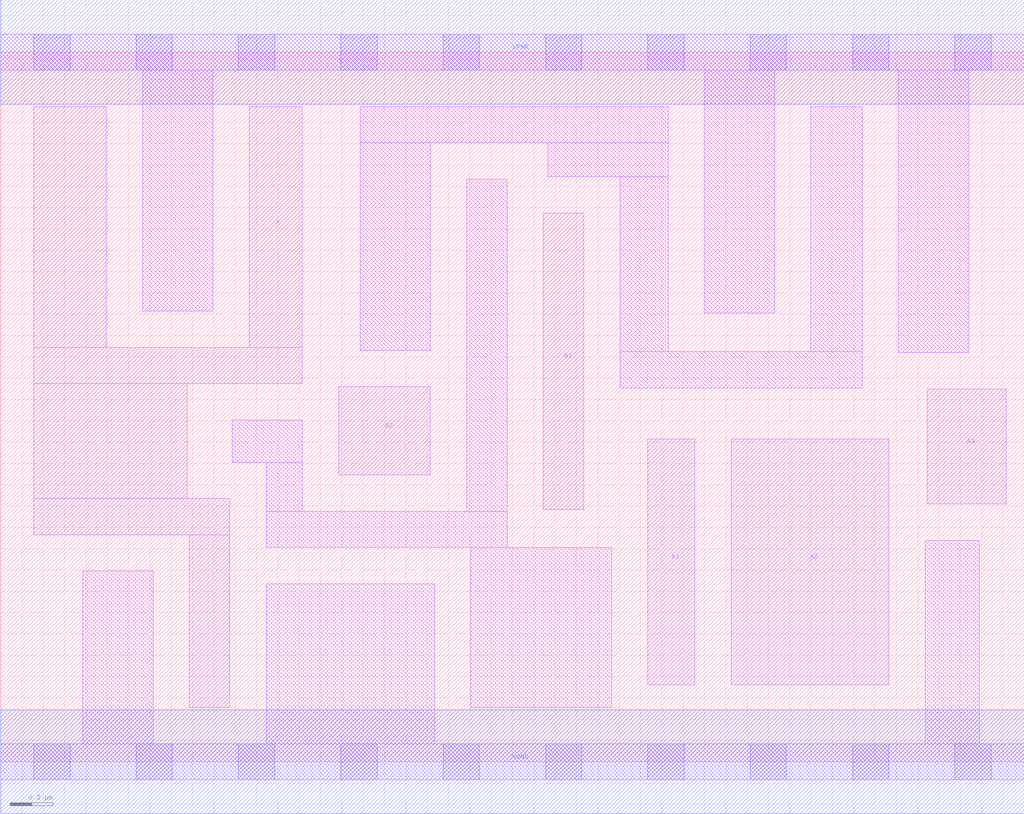
<source format=lef>
# Copyright 2020 The SkyWater PDK Authors
#
# Licensed under the Apache License, Version 2.0 (the "License");
# you may not use this file except in compliance with the License.
# You may obtain a copy of the License at
#
#     https://www.apache.org/licenses/LICENSE-2.0
#
# Unless required by applicable law or agreed to in writing, software
# distributed under the License is distributed on an "AS IS" BASIS,
# WITHOUT WARRANTIES OR CONDITIONS OF ANY KIND, either express or implied.
# See the License for the specific language governing permissions and
# limitations under the License.
#
# SPDX-License-Identifier: Apache-2.0

VERSION 5.7 ;
  NOWIREEXTENSIONATPIN ON ;
  DIVIDERCHAR "/" ;
  BUSBITCHARS "[]" ;
UNITS
  DATABASE MICRONS 200 ;
END UNITS
MACRO sky130_fd_sc_lp__a32o_2
  CLASS CORE ;
  FOREIGN sky130_fd_sc_lp__a32o_2 ;
  ORIGIN  0.000000  0.000000 ;
  SIZE  4.800000 BY  3.330000 ;
  SYMMETRY X Y R90 ;
  SITE unit ;
  PIN A1
    ANTENNAGATEAREA  0.315000 ;
    DIRECTION INPUT ;
    USE SIGNAL ;
    PORT
      LAYER li1 ;
        RECT 3.035000 0.360000 3.255000 1.515000 ;
    END
  END A1
  PIN A2
    ANTENNAGATEAREA  0.315000 ;
    DIRECTION INPUT ;
    USE SIGNAL ;
    PORT
      LAYER li1 ;
        RECT 3.425000 0.360000 4.165000 1.515000 ;
    END
  END A2
  PIN A3
    ANTENNAGATEAREA  0.315000 ;
    DIRECTION INPUT ;
    USE SIGNAL ;
    PORT
      LAYER li1 ;
        RECT 4.345000 1.210000 4.715000 1.750000 ;
    END
  END A3
  PIN B1
    ANTENNAGATEAREA  0.315000 ;
    DIRECTION INPUT ;
    USE SIGNAL ;
    PORT
      LAYER li1 ;
        RECT 2.545000 1.185000 2.735000 2.575000 ;
    END
  END B1
  PIN B2
    ANTENNAGATEAREA  0.315000 ;
    DIRECTION INPUT ;
    USE SIGNAL ;
    PORT
      LAYER li1 ;
        RECT 1.585000 1.345000 2.015000 1.760000 ;
    END
  END B2
  PIN X
    ANTENNADIFFAREA  0.903000 ;
    DIRECTION OUTPUT ;
    USE SIGNAL ;
    PORT
      LAYER li1 ;
        RECT 0.155000 1.065000 1.075000 1.235000 ;
        RECT 0.155000 1.235000 0.875000 1.775000 ;
        RECT 0.155000 1.775000 1.415000 1.945000 ;
        RECT 0.155000 1.945000 0.495000 3.075000 ;
        RECT 0.885000 0.255000 1.075000 1.065000 ;
        RECT 1.165000 1.945000 1.415000 3.075000 ;
    END
  END X
  PIN VGND
    DIRECTION INOUT ;
    USE GROUND ;
    PORT
      LAYER met1 ;
        RECT 0.000000 -0.245000 4.800000 0.245000 ;
    END
  END VGND
  PIN VPWR
    DIRECTION INOUT ;
    USE POWER ;
    PORT
      LAYER met1 ;
        RECT 0.000000 3.085000 4.800000 3.575000 ;
    END
  END VPWR
  OBS
    LAYER li1 ;
      RECT 0.000000 -0.085000 4.800000 0.085000 ;
      RECT 0.000000  3.245000 4.800000 3.415000 ;
      RECT 0.385000  0.085000 0.715000 0.895000 ;
      RECT 0.665000  2.115000 0.995000 3.245000 ;
      RECT 1.085000  1.405000 1.415000 1.605000 ;
      RECT 1.245000  0.085000 2.035000 0.835000 ;
      RECT 1.245000  1.005000 2.375000 1.175000 ;
      RECT 1.245000  1.175000 1.415000 1.405000 ;
      RECT 1.685000  1.930000 2.015000 2.905000 ;
      RECT 1.685000  2.905000 3.130000 3.075000 ;
      RECT 2.185000  1.175000 2.375000 2.735000 ;
      RECT 2.205000  0.255000 2.865000 1.005000 ;
      RECT 2.565000  2.745000 3.130000 2.905000 ;
      RECT 2.905000  1.755000 4.040000 1.925000 ;
      RECT 2.905000  1.925000 3.130000 2.745000 ;
      RECT 3.300000  2.105000 3.630000 3.245000 ;
      RECT 3.800000  1.925000 4.040000 3.075000 ;
      RECT 4.210000  1.920000 4.540000 3.245000 ;
      RECT 4.335000  0.085000 4.590000 1.040000 ;
    LAYER mcon ;
      RECT 0.155000 -0.085000 0.325000 0.085000 ;
      RECT 0.155000  3.245000 0.325000 3.415000 ;
      RECT 0.635000 -0.085000 0.805000 0.085000 ;
      RECT 0.635000  3.245000 0.805000 3.415000 ;
      RECT 1.115000 -0.085000 1.285000 0.085000 ;
      RECT 1.115000  3.245000 1.285000 3.415000 ;
      RECT 1.595000 -0.085000 1.765000 0.085000 ;
      RECT 1.595000  3.245000 1.765000 3.415000 ;
      RECT 2.075000 -0.085000 2.245000 0.085000 ;
      RECT 2.075000  3.245000 2.245000 3.415000 ;
      RECT 2.555000 -0.085000 2.725000 0.085000 ;
      RECT 2.555000  3.245000 2.725000 3.415000 ;
      RECT 3.035000 -0.085000 3.205000 0.085000 ;
      RECT 3.035000  3.245000 3.205000 3.415000 ;
      RECT 3.515000 -0.085000 3.685000 0.085000 ;
      RECT 3.515000  3.245000 3.685000 3.415000 ;
      RECT 3.995000 -0.085000 4.165000 0.085000 ;
      RECT 3.995000  3.245000 4.165000 3.415000 ;
      RECT 4.475000 -0.085000 4.645000 0.085000 ;
      RECT 4.475000  3.245000 4.645000 3.415000 ;
  END
END sky130_fd_sc_lp__a32o_2
END LIBRARY

</source>
